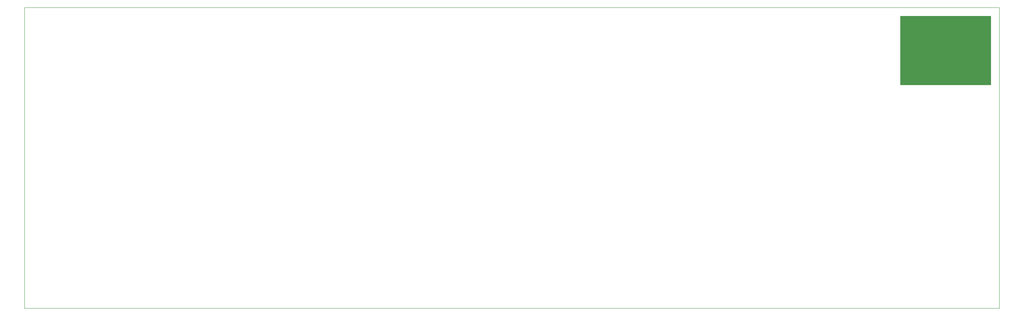
<source format=gbr>
G04 #@! TF.GenerationSoftware,KiCad,Pcbnew,(5.1.0-0)*
G04 #@! TF.CreationDate,2019-04-14T21:30:17+10:00*
G04 #@! TF.ProjectId,A1200KB,41313230-304b-4422-9e6b-696361645f70,rev?*
G04 #@! TF.SameCoordinates,Original*
G04 #@! TF.FileFunction,Profile,NP*
%FSLAX46Y46*%
G04 Gerber Fmt 4.6, Leading zero omitted, Abs format (unit mm)*
G04 Created by KiCad (PCBNEW (5.1.0-0)) date 2019-04-14 21:30:17*
%MOMM*%
%LPD*%
G04 APERTURE LIST*
%ADD10C,0.150000*%
%ADD11C,0.254000*%
G04 APERTURE END LIST*
D10*
X422000000Y-19000000D02*
X464000000Y-19000000D01*
X422000000Y-19000000D02*
X422000000Y-51000000D01*
X422000000Y-51000000D02*
X464000000Y-51000000D01*
X464000000Y-19000000D02*
X464000000Y-51000000D01*
X15000000Y-155000000D02*
X468000000Y-155000000D01*
X15000000Y-15000000D02*
X468000000Y-15000000D01*
X15000000Y-15000000D02*
X15000000Y-155000000D01*
X468000000Y-15000000D02*
X468000000Y-155000000D01*
D11*
G36*
X463863000Y-50833000D02*
G01*
X422196762Y-50833000D01*
X422137239Y-19137000D01*
X463863000Y-19137000D01*
X463863000Y-50833000D01*
X463863000Y-50833000D01*
G37*
X463863000Y-50833000D02*
X422196762Y-50833000D01*
X422137239Y-19137000D01*
X463863000Y-19137000D01*
X463863000Y-50833000D01*
M02*

</source>
